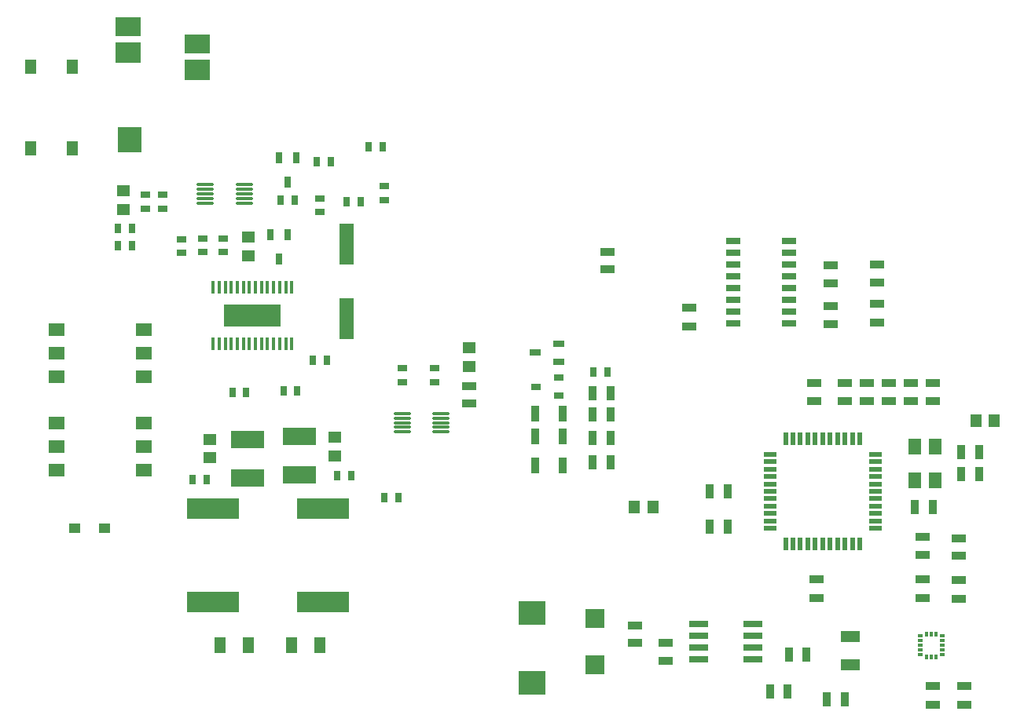
<source format=gtp>
G04 Layer_Color=8421504*
%FSLAX25Y25*%
%MOIN*%
G70*
G01*
G75*
%ADD10R,0.04724X0.05709*%
%ADD11R,0.03543X0.05906*%
%ADD12R,0.03937X0.03150*%
%ADD13R,0.07874X0.07874*%
%ADD14R,0.06693X0.05709*%
%ADD15O,0.07874X0.01181*%
%ADD16R,0.05906X0.03543*%
%ADD17R,0.11024X0.07874*%
%ADD18R,0.11024X0.08661*%
%ADD19R,0.10236X0.11024*%
%ADD20R,0.03150X0.03937*%
%ADD21R,0.04724X0.02559*%
%ADD22R,0.03937X0.03150*%
%ADD23R,0.02559X0.04724*%
%ADD24R,0.05709X0.04724*%
%ADD25R,0.05906X0.02756*%
%ADD26R,0.22441X0.09055*%
%ADD27R,0.03543X0.06890*%
%ADD28R,0.06299X0.17716*%
%ADD29R,0.24291X0.09449*%
%ADD30R,0.01200X0.05400*%
%ADD31R,0.11811X0.09843*%
%ADD32R,0.05118X0.07087*%
%ADD33R,0.05512X0.07087*%
%ADD34R,0.14252X0.07284*%
%ADD35R,0.07874X0.03158*%
%ADD36R,0.05118X0.06102*%
%ADD37R,0.07874X0.04724*%
%ADD38R,0.02047X0.01378*%
%ADD39R,0.01378X0.02047*%
%ADD40R,0.02165X0.05787*%
%ADD41R,0.05787X0.02165*%
%ADD42R,0.04921X0.04331*%
D10*
X298031Y115354D02*
D03*
X305906D02*
D03*
X442913Y151969D02*
D03*
X450787D02*
D03*
D11*
X379724Y33858D02*
D03*
X387205D02*
D03*
X363583Y52756D02*
D03*
X371063D02*
D03*
X444488Y138583D02*
D03*
X436614D02*
D03*
X280512Y163779D02*
D03*
X287992D02*
D03*
X329921Y122047D02*
D03*
X337795D02*
D03*
X329921Y107087D02*
D03*
X337795D02*
D03*
X280512Y154823D02*
D03*
X287992D02*
D03*
X280512Y144587D02*
D03*
X287992D02*
D03*
X280512Y134252D02*
D03*
X287992D02*
D03*
X444488Y129528D02*
D03*
X436614D02*
D03*
X424803Y115354D02*
D03*
X416929D02*
D03*
X363189Y37008D02*
D03*
X355709D02*
D03*
D12*
X98032Y248031D02*
D03*
X98032Y242126D02*
D03*
X90551Y248031D02*
D03*
X90551Y242126D02*
D03*
X199606Y168504D02*
D03*
X199606Y174409D02*
D03*
X213386Y168504D02*
D03*
X213386Y174409D02*
D03*
X123622Y223622D02*
D03*
Y229528D02*
D03*
X192126Y245669D02*
D03*
X192126Y251575D02*
D03*
X164567Y240551D02*
D03*
Y246457D02*
D03*
X114961Y229528D02*
D03*
X114961Y223622D02*
D03*
X105905Y229134D02*
D03*
X105905Y223228D02*
D03*
D13*
X281496Y68110D02*
D03*
Y48425D02*
D03*
D14*
X52953Y130945D02*
D03*
Y140945D02*
D03*
Y150945D02*
D03*
X89961D02*
D03*
Y140945D02*
D03*
Y130945D02*
D03*
X52953Y170709D02*
D03*
Y180709D02*
D03*
Y190709D02*
D03*
X89961D02*
D03*
Y180709D02*
D03*
Y170709D02*
D03*
D15*
X116142Y252362D02*
D03*
Y250394D02*
D03*
Y248425D02*
D03*
Y246457D02*
D03*
Y244488D02*
D03*
X132677Y252362D02*
D03*
Y250394D02*
D03*
Y248425D02*
D03*
Y246457D02*
D03*
Y244488D02*
D03*
X199606Y155118D02*
D03*
Y153150D02*
D03*
Y151181D02*
D03*
Y149213D02*
D03*
Y147244D02*
D03*
X216142Y155118D02*
D03*
Y153150D02*
D03*
Y151181D02*
D03*
Y149213D02*
D03*
Y147244D02*
D03*
D16*
X438189Y31496D02*
D03*
Y39370D02*
D03*
X424803Y31496D02*
D03*
Y39370D02*
D03*
X227953Y159252D02*
D03*
Y166732D02*
D03*
X406102Y167913D02*
D03*
Y160433D02*
D03*
X396752Y167913D02*
D03*
Y160433D02*
D03*
X387402Y167913D02*
D03*
Y160433D02*
D03*
X420472Y84646D02*
D03*
Y76772D02*
D03*
X435827Y84252D02*
D03*
Y76378D02*
D03*
Y102165D02*
D03*
Y94685D02*
D03*
X420472Y102559D02*
D03*
Y95079D02*
D03*
X424803Y167913D02*
D03*
Y160433D02*
D03*
X415453Y167913D02*
D03*
Y160433D02*
D03*
X381496Y192913D02*
D03*
Y200787D02*
D03*
X401181Y201575D02*
D03*
Y193701D02*
D03*
X381496Y210236D02*
D03*
Y218110D02*
D03*
X401181Y210630D02*
D03*
Y218504D02*
D03*
X321260Y192126D02*
D03*
Y200000D02*
D03*
X375197Y84646D02*
D03*
Y76772D02*
D03*
X286614Y216339D02*
D03*
Y223819D02*
D03*
X374410Y168110D02*
D03*
Y160236D02*
D03*
X311417Y57677D02*
D03*
Y50197D02*
D03*
X298425Y57677D02*
D03*
Y65158D02*
D03*
D17*
X112598Y312008D02*
D03*
X83465Y319488D02*
D03*
D18*
Y308465D02*
D03*
X112598Y300984D02*
D03*
D19*
X83858Y271457D02*
D03*
D20*
X280709Y172835D02*
D03*
X286614D02*
D03*
X161811Y177559D02*
D03*
X167717Y177559D02*
D03*
X148031Y245669D02*
D03*
X153937D02*
D03*
X116535Y127165D02*
D03*
X110630Y127165D02*
D03*
X177953Y128740D02*
D03*
X172047Y128740D02*
D03*
X79134Y233858D02*
D03*
X85039D02*
D03*
X79134Y226378D02*
D03*
X85039D02*
D03*
X169291Y262205D02*
D03*
X163386D02*
D03*
X133465Y164173D02*
D03*
X127559Y164173D02*
D03*
X155118Y164567D02*
D03*
X149213Y164567D02*
D03*
X181890Y244882D02*
D03*
X175984Y244882D02*
D03*
X185433Y268504D02*
D03*
X191339Y268504D02*
D03*
X192126Y119291D02*
D03*
X198031Y119291D02*
D03*
D21*
X255906Y180905D02*
D03*
X266142Y184646D02*
D03*
X266142Y177165D02*
D03*
D22*
X256496Y166535D02*
D03*
X265945Y162795D02*
D03*
Y170276D02*
D03*
D23*
X150984Y253543D02*
D03*
X147244Y263779D02*
D03*
X154724Y263779D02*
D03*
X147441Y220866D02*
D03*
X143701Y231102D02*
D03*
X151181Y231102D02*
D03*
D24*
X227953Y175197D02*
D03*
Y183071D02*
D03*
X134252Y222047D02*
D03*
Y229921D02*
D03*
X118110Y136221D02*
D03*
Y144095D02*
D03*
X170866Y137008D02*
D03*
Y144882D02*
D03*
X81496Y249606D02*
D03*
Y241732D02*
D03*
D25*
X340158Y193524D02*
D03*
Y198524D02*
D03*
Y203524D02*
D03*
Y208524D02*
D03*
Y213524D02*
D03*
Y218524D02*
D03*
Y223524D02*
D03*
Y228524D02*
D03*
X363779D02*
D03*
Y223524D02*
D03*
Y218524D02*
D03*
Y213524D02*
D03*
Y208524D02*
D03*
Y203524D02*
D03*
Y198524D02*
D03*
Y193524D02*
D03*
D26*
X166142Y114567D02*
D03*
Y75197D02*
D03*
X119291Y114567D02*
D03*
Y75197D02*
D03*
D27*
X255906Y133071D02*
D03*
X267717D02*
D03*
X255906Y145276D02*
D03*
X267717D02*
D03*
X255906Y155118D02*
D03*
X267717D02*
D03*
D28*
X175984Y226927D02*
D03*
Y195472D02*
D03*
D29*
X136122Y196761D02*
D03*
D30*
X152756Y184861D02*
D03*
X150197D02*
D03*
X147638D02*
D03*
X145079D02*
D03*
X142519D02*
D03*
X139960D02*
D03*
X137401D02*
D03*
X134842D02*
D03*
X132283D02*
D03*
X129724D02*
D03*
X127165D02*
D03*
X124606D02*
D03*
X122047D02*
D03*
X119488D02*
D03*
Y208661D02*
D03*
X122047D02*
D03*
X124606D02*
D03*
X127165D02*
D03*
X129724D02*
D03*
X132283D02*
D03*
X134842D02*
D03*
X137401D02*
D03*
X139960D02*
D03*
X142519D02*
D03*
X145079D02*
D03*
X147638D02*
D03*
X150197D02*
D03*
X152756D02*
D03*
D31*
X254724Y40748D02*
D03*
Y70276D02*
D03*
D32*
X164567Y56693D02*
D03*
X152756D02*
D03*
X134252D02*
D03*
X122441D02*
D03*
D33*
X425591Y141142D02*
D03*
X416929D02*
D03*
X425591Y126575D02*
D03*
X416929D02*
D03*
D34*
X133858Y144095D02*
D03*
Y127717D02*
D03*
X155905Y145276D02*
D03*
Y128898D02*
D03*
D35*
X325197Y65748D02*
D03*
Y60748D02*
D03*
Y55748D02*
D03*
Y50748D02*
D03*
X348425Y65748D02*
D03*
Y60748D02*
D03*
Y55748D02*
D03*
Y50748D02*
D03*
D36*
X59646Y302264D02*
D03*
Y267815D02*
D03*
X41929Y302264D02*
D03*
Y267815D02*
D03*
D37*
X389764Y60236D02*
D03*
Y48425D02*
D03*
D38*
X428839Y60630D02*
D03*
Y58661D02*
D03*
Y56693D02*
D03*
Y54724D02*
D03*
Y52756D02*
D03*
X419193D02*
D03*
Y54724D02*
D03*
Y56693D02*
D03*
Y58661D02*
D03*
Y60630D02*
D03*
D39*
X425984Y51870D02*
D03*
X424016D02*
D03*
X422047D02*
D03*
Y61516D02*
D03*
X424016D02*
D03*
X425984D02*
D03*
D40*
X362205Y144370D02*
D03*
X365354D02*
D03*
X368504D02*
D03*
X371654D02*
D03*
X374803D02*
D03*
X393701D02*
D03*
X390551D02*
D03*
X387402D02*
D03*
X384252D02*
D03*
X381102D02*
D03*
X377953D02*
D03*
X393701Y99724D02*
D03*
X390551D02*
D03*
X387402D02*
D03*
X384252D02*
D03*
X381102D02*
D03*
X362205D02*
D03*
X365354D02*
D03*
X368504D02*
D03*
X371654D02*
D03*
X374803D02*
D03*
X377953D02*
D03*
D41*
X400276Y137795D02*
D03*
Y134646D02*
D03*
Y131496D02*
D03*
Y128347D02*
D03*
Y125197D02*
D03*
Y106299D02*
D03*
Y109449D02*
D03*
Y112598D02*
D03*
Y115748D02*
D03*
Y118898D02*
D03*
Y122047D02*
D03*
X355630Y106299D02*
D03*
Y109449D02*
D03*
Y112598D02*
D03*
Y115748D02*
D03*
Y118898D02*
D03*
Y137795D02*
D03*
Y134646D02*
D03*
Y131496D02*
D03*
Y128347D02*
D03*
Y125197D02*
D03*
Y122047D02*
D03*
D42*
X73327Y106299D02*
D03*
X60532D02*
D03*
M02*

</source>
